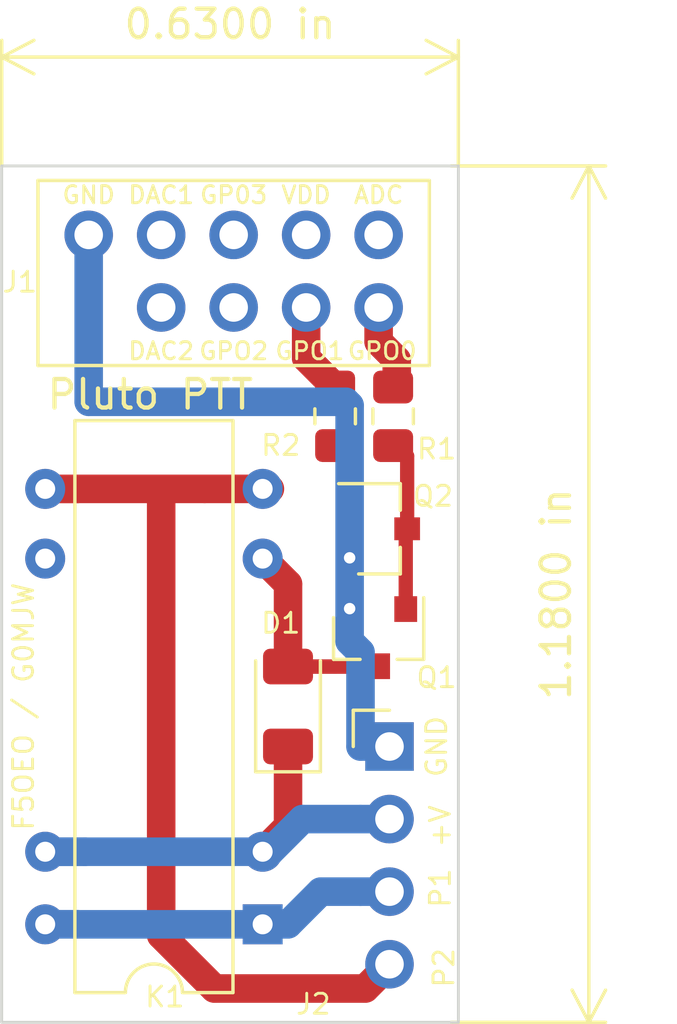
<source format=kicad_pcb>
(kicad_pcb (version 20171130) (host pcbnew "(5.1.2)-2")

  (general
    (thickness 1.6)
    (drawings 25)
    (tracks 56)
    (zones 0)
    (modules 8)
    (nets 16)
  )

  (page A4)
  (layers
    (0 F.Cu signal)
    (31 B.Cu signal)
    (32 B.Adhes user)
    (33 F.Adhes user)
    (34 B.Paste user)
    (35 F.Paste user)
    (36 B.SilkS user)
    (37 F.SilkS user)
    (38 B.Mask user)
    (39 F.Mask user)
    (40 Dwgs.User user hide)
    (41 Cmts.User user hide)
    (42 Eco1.User user)
    (43 Eco2.User user)
    (44 Edge.Cuts user)
    (45 Margin user)
    (46 B.CrtYd user)
    (47 F.CrtYd user)
    (48 B.Fab user hide)
    (49 F.Fab user hide)
  )

  (setup
    (last_trace_width 0.5)
    (user_trace_width 0.5)
    (user_trace_width 1)
    (user_trace_width 1.5)
    (user_trace_width 2)
    (trace_clearance 0.2)
    (zone_clearance 0.75)
    (zone_45_only no)
    (trace_min 0.2)
    (via_size 0.8)
    (via_drill 0.4)
    (via_min_size 0.4)
    (via_min_drill 0.3)
    (uvia_size 0.3)
    (uvia_drill 0.1)
    (uvias_allowed no)
    (uvia_min_size 0.2)
    (uvia_min_drill 0.1)
    (edge_width 0.05)
    (segment_width 0.2)
    (pcb_text_width 0.3)
    (pcb_text_size 1.5 1.5)
    (mod_edge_width 0.12)
    (mod_text_size 1 1)
    (mod_text_width 0.15)
    (pad_size 1.7 1.7)
    (pad_drill 0)
    (pad_to_mask_clearance 0.051)
    (solder_mask_min_width 0.25)
    (aux_axis_origin 0 0)
    (visible_elements 7FFFFFFF)
    (pcbplotparams
      (layerselection 0x010fc_ffffffff)
      (usegerberextensions false)
      (usegerberattributes false)
      (usegerberadvancedattributes false)
      (creategerberjobfile false)
      (excludeedgelayer true)
      (linewidth 0.100000)
      (plotframeref false)
      (viasonmask false)
      (mode 1)
      (useauxorigin false)
      (hpglpennumber 1)
      (hpglpenspeed 20)
      (hpglpendiameter 15.000000)
      (psnegative false)
      (psa4output false)
      (plotreference true)
      (plotvalue true)
      (plotinvisibletext false)
      (padsonsilk false)
      (subtractmaskfromsilk false)
      (outputformat 1)
      (mirror false)
      (drillshape 0)
      (scaleselection 1)
      (outputdirectory "gerbers/"))
  )

  (net 0 "")
  (net 1 "Net-(Q1-Pad1)")
  (net 2 "Net-(Q2-Pad1)")
  (net 3 GPIO_GND)
  (net 4 DAC3)
  (net 5 DAC1)
  (net 6 GPO2)
  (net 7 GPO3)
  (net 8 GPO1)
  (net 9 VDD_GPO)
  (net 10 GPO0)
  (net 11 ADC)
  (net 12 VCC)
  (net 13 "Net-(D1-Pad2)")
  (net 14 PTT2)
  (net 15 PTT1)

  (net_class Default "This is the default net class."
    (clearance 0.2)
    (trace_width 0.25)
    (via_dia 0.8)
    (via_drill 0.4)
    (uvia_dia 0.3)
    (uvia_drill 0.1)
    (add_net ADC)
    (add_net DAC1)
    (add_net DAC3)
    (add_net GPIO_GND)
    (add_net GPO0)
    (add_net GPO1)
    (add_net GPO2)
    (add_net GPO3)
    (add_net "Net-(D1-Pad2)")
    (add_net "Net-(Q1-Pad1)")
    (add_net "Net-(Q2-Pad1)")
    (add_net PTT1)
    (add_net PTT2)
    (add_net VCC)
    (add_net VDD_GPO)
  )

  (module Diode_SMD:D_1206_3216Metric (layer F.Cu) (tedit 5B301BBE) (tstamp 5E11AC32)
    (at 74.295 59.687 90)
    (descr "Diode SMD 1206 (3216 Metric), square (rectangular) end terminal, IPC_7351 nominal, (Body size source: http://www.tortai-tech.com/upload/download/2011102023233369053.pdf), generated with kicad-footprint-generator")
    (tags diode)
    (path /5E14F73A)
    (attr smd)
    (fp_text reference D1 (at 2.918 -0.254 180) (layer F.SilkS)
      (effects (font (size 0.7 0.7) (thickness 0.1)))
    )
    (fp_text value 1N4148 (at 0 1.82 90) (layer F.Fab)
      (effects (font (size 1 1) (thickness 0.15)))
    )
    (fp_line (start 1.6 -0.8) (end -1.2 -0.8) (layer F.Fab) (width 0.1))
    (fp_line (start -1.2 -0.8) (end -1.6 -0.4) (layer F.Fab) (width 0.1))
    (fp_line (start -1.6 -0.4) (end -1.6 0.8) (layer F.Fab) (width 0.1))
    (fp_line (start -1.6 0.8) (end 1.6 0.8) (layer F.Fab) (width 0.1))
    (fp_line (start 1.6 0.8) (end 1.6 -0.8) (layer F.Fab) (width 0.1))
    (fp_line (start 1.6 -1.135) (end -2.285 -1.135) (layer F.SilkS) (width 0.12))
    (fp_line (start -2.285 -1.135) (end -2.285 1.135) (layer F.SilkS) (width 0.12))
    (fp_line (start -2.285 1.135) (end 1.6 1.135) (layer F.SilkS) (width 0.12))
    (fp_line (start -2.28 1.12) (end -2.28 -1.12) (layer F.CrtYd) (width 0.05))
    (fp_line (start -2.28 -1.12) (end 2.28 -1.12) (layer F.CrtYd) (width 0.05))
    (fp_line (start 2.28 -1.12) (end 2.28 1.12) (layer F.CrtYd) (width 0.05))
    (fp_line (start 2.28 1.12) (end -2.28 1.12) (layer F.CrtYd) (width 0.05))
    (fp_text user %R (at 0 0 90) (layer F.Fab)
      (effects (font (size 0.8 0.8) (thickness 0.12)))
    )
    (pad 1 smd roundrect (at -1.4 0 90) (size 1.25 1.75) (layers F.Cu F.Paste F.Mask) (roundrect_rratio 0.2)
      (net 12 VCC))
    (pad 2 smd roundrect (at 1.4 0 90) (size 1.25 1.75) (layers F.Cu F.Paste F.Mask) (roundrect_rratio 0.2)
      (net 13 "Net-(D1-Pad2)"))
    (model ${KISYS3DMOD}/Diode_SMD.3dshapes/D_1206_3216Metric.wrl
      (at (xyz 0 0 0))
      (scale (xyz 1 1 1))
      (rotate (xyz 0 0 0))
    )
  )

  (module Connector_PinHeader_2.54mm:PinHeader_1x04_P2.54mm_Horizontal (layer F.Cu) (tedit 5E0E1BA5) (tstamp 5E0E87AE)
    (at 77.851 61.087)
    (descr "Through hole angled pin header, 1x04, 2.54mm pitch, 6mm pin length, single row")
    (tags "Through hole angled pin header THT 1x04 2.54mm single row")
    (path /5E0E6332)
    (fp_text reference J2 (at -2.667 9.017) (layer F.SilkS)
      (effects (font (size 0.7 0.7) (thickness 0.1)))
    )
    (fp_text value "PTT Connector" (at 4.385 9.89) (layer F.Fab)
      (effects (font (size 1 1) (thickness 0.15)))
    )
    (fp_line (start 2.135 -1.27) (end 4.04 -1.27) (layer F.Fab) (width 0.1))
    (fp_line (start 4.04 -1.27) (end 4.04 8.89) (layer F.Fab) (width 0.1))
    (fp_line (start 4.04 8.89) (end 1.5 8.89) (layer F.Fab) (width 0.1))
    (fp_line (start 1.5 8.89) (end 1.5 -0.635) (layer F.Fab) (width 0.1))
    (fp_line (start 1.5 -0.635) (end 2.135 -1.27) (layer F.Fab) (width 0.1))
    (fp_line (start -0.32 -0.32) (end 1.5 -0.32) (layer F.Fab) (width 0.1))
    (fp_line (start -0.32 -0.32) (end -0.32 0.32) (layer F.Fab) (width 0.1))
    (fp_line (start -0.32 0.32) (end 1.5 0.32) (layer F.Fab) (width 0.1))
    (fp_line (start 4.04 -0.32) (end 10.04 -0.32) (layer F.Fab) (width 0.1))
    (fp_line (start 10.04 -0.32) (end 10.04 0.32) (layer F.Fab) (width 0.1))
    (fp_line (start 4.04 0.32) (end 10.04 0.32) (layer F.Fab) (width 0.1))
    (fp_line (start -0.32 2.22) (end 1.5 2.22) (layer F.Fab) (width 0.1))
    (fp_line (start -0.32 2.22) (end -0.32 2.86) (layer F.Fab) (width 0.1))
    (fp_line (start -0.32 2.86) (end 1.5 2.86) (layer F.Fab) (width 0.1))
    (fp_line (start 4.04 2.22) (end 10.04 2.22) (layer F.Fab) (width 0.1))
    (fp_line (start 10.04 2.22) (end 10.04 2.86) (layer F.Fab) (width 0.1))
    (fp_line (start 4.04 2.86) (end 10.04 2.86) (layer F.Fab) (width 0.1))
    (fp_line (start -0.32 4.76) (end 1.5 4.76) (layer F.Fab) (width 0.1))
    (fp_line (start -0.32 4.76) (end -0.32 5.4) (layer F.Fab) (width 0.1))
    (fp_line (start -0.32 5.4) (end 1.5 5.4) (layer F.Fab) (width 0.1))
    (fp_line (start 4.04 4.76) (end 10.04 4.76) (layer F.Fab) (width 0.1))
    (fp_line (start 10.04 4.76) (end 10.04 5.4) (layer F.Fab) (width 0.1))
    (fp_line (start 4.04 5.4) (end 10.04 5.4) (layer F.Fab) (width 0.1))
    (fp_line (start -0.32 7.3) (end 1.5 7.3) (layer F.Fab) (width 0.1))
    (fp_line (start -0.32 7.3) (end -0.32 7.94) (layer F.Fab) (width 0.1))
    (fp_line (start -0.32 7.94) (end 1.5 7.94) (layer F.Fab) (width 0.1))
    (fp_line (start 4.04 7.3) (end 10.04 7.3) (layer F.Fab) (width 0.1))
    (fp_line (start 10.04 7.3) (end 10.04 7.94) (layer F.Fab) (width 0.1))
    (fp_line (start 4.04 7.94) (end 10.04 7.94) (layer F.Fab) (width 0.1))
    (fp_line (start -1.27 0) (end -1.27 -1.27) (layer F.SilkS) (width 0.12))
    (fp_line (start -1.27 -1.27) (end 0 -1.27) (layer F.SilkS) (width 0.12))
    (fp_line (start -1.8 -1.8) (end -1.8 9.4) (layer F.CrtYd) (width 0.05))
    (fp_line (start -1.8 9.4) (end 1.27 9.4) (layer F.CrtYd) (width 0.05))
    (fp_line (start 1.27 9.398) (end 1.27 -1.802) (layer F.CrtYd) (width 0.05))
    (fp_line (start 1.27 -1.802) (end -1.8 -1.8) (layer F.CrtYd) (width 0.05))
    (fp_text user %R (at 2.77 3.81 90) (layer F.Fab)
      (effects (font (size 1 1) (thickness 0.15)))
    )
    (pad 1 thru_hole rect (at 0 0) (size 1.7 1.7) (drill 1) (layers *.Cu *.Mask)
      (net 3 GPIO_GND))
    (pad 2 thru_hole oval (at 0 2.54) (size 1.7 1.7) (drill 1) (layers *.Cu *.Mask)
      (net 12 VCC))
    (pad 3 thru_hole oval (at 0 5.08) (size 1.7 1.7) (drill 1) (layers *.Cu *.Mask)
      (net 14 PTT2))
    (pad 4 thru_hole oval (at 0 7.62) (size 1.7 1.7) (drill 1) (layers *.Cu *.Mask)
      (net 15 PTT1))
    (model ${KISYS3DMOD}/Connector_PinHeader_2.54mm.3dshapes/PinHeader_1x04_P2.54mm_Horizontal.wrl
      (offset (xyz 0 -7.5 -1.7))
      (scale (xyz 1 1 1))
      (rotate (xyz -180 0 0))
    )
  )

  (module Connector_PinHeader_2.54mm:PinHeader_2x05_P2.54mm_Vertical (layer F.Cu) (tedit 5E0E18FB) (tstamp 5E0DF811)
    (at 67.31 45.72 90)
    (descr "Through hole straight pin header, 2x05, 2.54mm pitch, double rows")
    (tags "Through hole pin header THT 2x05 2.54mm double row")
    (path /5DF47BC4)
    (fp_text reference J1 (at 0.889 -2.413 180) (layer F.SilkS)
      (effects (font (size 0.7 0.7) (thickness 0.1)))
    )
    (fp_text value "IO Connector" (at 1.27 12.49 90) (layer F.Fab)
      (effects (font (size 1 1) (thickness 0.15)))
    )
    (fp_line (start 0 -1.27) (end 3.81 -1.27) (layer F.Fab) (width 0.1))
    (fp_line (start 3.81 -1.27) (end 3.81 11.43) (layer F.Fab) (width 0.1))
    (fp_line (start 3.81 11.43) (end -1.27 11.43) (layer F.Fab) (width 0.1))
    (fp_line (start -1.27 11.43) (end -1.27 0) (layer F.Fab) (width 0.1))
    (fp_line (start -1.27 0) (end 0 -1.27) (layer F.Fab) (width 0.1))
    (fp_line (start -1.8 -1.8) (end -1.8 11.95) (layer F.CrtYd) (width 0.05))
    (fp_line (start -1.8 11.95) (end 4.35 11.95) (layer F.CrtYd) (width 0.05))
    (fp_line (start 4.35 11.95) (end 4.35 -1.8) (layer F.CrtYd) (width 0.05))
    (fp_line (start 4.35 -1.8) (end -1.8 -1.8) (layer F.CrtYd) (width 0.05))
    (fp_text user %R (at 1.27 5.08) (layer F.Fab)
      (effects (font (size 1 1) (thickness 0.15)))
    )
    (pad 2 thru_hole oval (at 2.54 0 90) (size 1.7 1.7) (drill 1) (layers *.Cu *.Mask)
      (net 3 GPIO_GND))
    (pad 3 thru_hole oval (at 0 2.54 90) (size 1.7 1.7) (drill 1) (layers *.Cu *.Mask)
      (net 4 DAC3))
    (pad 4 thru_hole oval (at 2.54 2.54 90) (size 1.7 1.7) (drill 1) (layers *.Cu *.Mask)
      (net 5 DAC1))
    (pad 5 thru_hole oval (at 0 5.08 90) (size 1.7 1.7) (drill 1) (layers *.Cu *.Mask)
      (net 6 GPO2))
    (pad 6 thru_hole oval (at 2.54 5.08 90) (size 1.7 1.7) (drill 1) (layers *.Cu *.Mask)
      (net 7 GPO3))
    (pad 7 thru_hole oval (at 0 7.62 90) (size 1.7 1.7) (drill 1) (layers *.Cu *.Mask)
      (net 8 GPO1))
    (pad 8 thru_hole oval (at 2.54 7.62 90) (size 1.7 1.7) (drill 1) (layers *.Cu *.Mask)
      (net 9 VDD_GPO))
    (pad 9 thru_hole oval (at 0 10.16 90) (size 1.7 1.7) (drill 1) (layers *.Cu *.Mask)
      (net 10 GPO0))
    (pad 10 thru_hole oval (at 2.54 10.16 90) (size 1.7 1.7) (drill 1) (layers *.Cu *.Mask)
      (net 11 ADC))
    (model ${KISYS3DMOD}/Connector_PinHeader_2.54mm.3dshapes/PinHeader_1x04_P2.54mm_Vertical.wrl
      (offset (xyz 0 -2.504 -1.6))
      (scale (xyz 1 1 1))
      (rotate (xyz 0 180 0))
    )
    (model ${KISYS3DMOD}/Connector_PinHeader_2.54mm.3dshapes/PinHeader_1x05_P2.54mm_Vertical.wrl
      (offset (xyz 2.54 0 -1.6))
      (scale (xyz 1 1 1))
      (rotate (xyz 0 180 0))
    )
  )

  (module Relay_THT:Relay_StandexMeder_DIP_LowProfile (layer F.Cu) (tedit 5E0E0891) (tstamp 5E0DF870)
    (at 73.406 67.31 180)
    (descr "package for Standex Meder DIP reed relay series, see https://standexelectronics.com/wp-content/uploads/datasheet_reed_relay_DIP.pdf")
    (tags "DIL DIP PDIP 2.54mm 7.62mm 300mil reed relay")
    (path /5DF3E046)
    (fp_text reference K1 (at 3.429 -2.54) (layer F.SilkS)
      (effects (font (size 0.7 0.7) (thickness 0.1)))
    )
    (fp_text value HE721A0510 (at 3.81 18.63) (layer F.Fab)
      (effects (font (size 1 1) (thickness 0.15)))
    )
    (fp_text user %R (at 3.815 7.62) (layer F.Fab)
      (effects (font (size 1 1) (thickness 0.15)))
    )
    (fp_line (start 1.64 -2.27) (end 6.99 -2.27) (layer F.Fab) (width 0.1))
    (fp_line (start 6.99 -2.27) (end 6.99 17.51) (layer F.Fab) (width 0.1))
    (fp_line (start 6.99 17.51) (end 0.64 17.51) (layer F.Fab) (width 0.1))
    (fp_line (start 0.64 17.51) (end 0.64 -1.27) (layer F.Fab) (width 0.1))
    (fp_line (start 0.64 -1.27) (end 1.64 -2.27) (layer F.Fab) (width 0.1))
    (fp_line (start 2.81 -2.39) (end 1.04 -2.39) (layer F.SilkS) (width 0.12))
    (fp_line (start 1.04 -2.39) (end 1.04 17.63) (layer F.SilkS) (width 0.12))
    (fp_line (start 1.04 17.63) (end 6.58 17.63) (layer F.SilkS) (width 0.12))
    (fp_line (start 6.58 17.63) (end 6.58 -2.39) (layer F.SilkS) (width 0.12))
    (fp_line (start 6.58 -2.39) (end 4.81 -2.39) (layer F.SilkS) (width 0.12))
    (fp_line (start -1.1 -2.6) (end -1.1 17.8) (layer F.CrtYd) (width 0.05))
    (fp_line (start -1.1 17.8) (end 8.7 17.8) (layer F.CrtYd) (width 0.05))
    (fp_line (start 8.7 17.8) (end 8.7 -2.6) (layer F.CrtYd) (width 0.05))
    (fp_line (start 8.7 -2.6) (end -1.1 -2.6) (layer F.CrtYd) (width 0.05))
    (fp_arc (start 3.81 -2.39) (end 2.81 -2.39) (angle -180) (layer F.SilkS) (width 0.12))
    (pad 13 thru_hole circle (at 7.62 2.54 180) (size 1.4 1.4) (drill 0.7) (layers *.Cu *.Mask)
      (net 12 VCC))
    (pad 9 thru_hole circle (at 7.62 12.8 180) (size 1.4 1.4) (drill 0.7) (layers *.Cu *.Mask))
    (pad 6 thru_hole circle (at 0 12.8 180) (size 1.4 1.4) (drill 0.7) (layers *.Cu *.Mask)
      (net 13 "Net-(D1-Pad2)"))
    (pad 2 thru_hole circle (at 0 2.54 180) (size 1.4 1.4) (drill 0.7) (layers *.Cu *.Mask)
      (net 12 VCC))
    (pad 1 thru_hole rect (at 0 0 180) (size 1.4 1.4) (drill 0.7) (layers *.Cu *.Mask)
      (net 14 PTT2))
    (pad 8 thru_hole circle (at 7.62 15.24 180) (size 1.4 1.4) (drill 0.7) (layers *.Cu *.Mask)
      (net 15 PTT1))
    (pad 7 thru_hole circle (at 0 15.24 180) (size 1.4 1.4) (drill 0.7) (layers *.Cu *.Mask)
      (net 15 PTT1))
    (pad 14 thru_hole circle (at 7.62 0 180) (size 1.4 1.4) (drill 0.7) (layers *.Cu *.Mask)
      (net 14 PTT2))
    (model ${KISYS3DMOD}/Relay_THT.3dshapes/Relay_StandexMeder_DIP_LowProfile.wrl
      (at (xyz 0 0 0))
      (scale (xyz 1 1 1))
      (rotate (xyz 0 0 0))
    )
  )

  (module Package_TO_SOT_SMD:SOT-23 (layer F.Cu) (tedit 5A02FF57) (tstamp 5DF412B0)
    (at 77.47 57.277 270)
    (descr "SOT-23, Standard")
    (tags SOT-23)
    (path /5DF46CB0)
    (attr smd)
    (fp_text reference Q1 (at 1.397 -2.032) (layer F.SilkS)
      (effects (font (size 0.7 0.7) (thickness 0.1)))
    )
    (fp_text value MMBT3904 (at 0 2.5 90) (layer F.Fab)
      (effects (font (size 1 1) (thickness 0.15)))
    )
    (fp_text user %R (at 0 0) (layer F.Fab)
      (effects (font (size 0.5 0.5) (thickness 0.075)))
    )
    (fp_line (start -0.7 -0.95) (end -0.7 1.5) (layer F.Fab) (width 0.1))
    (fp_line (start -0.15 -1.52) (end 0.7 -1.52) (layer F.Fab) (width 0.1))
    (fp_line (start -0.7 -0.95) (end -0.15 -1.52) (layer F.Fab) (width 0.1))
    (fp_line (start 0.7 -1.52) (end 0.7 1.52) (layer F.Fab) (width 0.1))
    (fp_line (start -0.7 1.52) (end 0.7 1.52) (layer F.Fab) (width 0.1))
    (fp_line (start 0.76 1.58) (end 0.76 0.65) (layer F.SilkS) (width 0.12))
    (fp_line (start 0.76 -1.58) (end 0.76 -0.65) (layer F.SilkS) (width 0.12))
    (fp_line (start -1.7 -1.75) (end 1.7 -1.75) (layer F.CrtYd) (width 0.05))
    (fp_line (start 1.7 -1.75) (end 1.7 1.75) (layer F.CrtYd) (width 0.05))
    (fp_line (start 1.7 1.75) (end -1.7 1.75) (layer F.CrtYd) (width 0.05))
    (fp_line (start -1.7 1.75) (end -1.7 -1.75) (layer F.CrtYd) (width 0.05))
    (fp_line (start 0.76 -1.58) (end -1.4 -1.58) (layer F.SilkS) (width 0.12))
    (fp_line (start 0.76 1.58) (end -0.7 1.58) (layer F.SilkS) (width 0.12))
    (pad 1 smd rect (at -1 -0.95 270) (size 0.9 0.8) (layers F.Cu F.Paste F.Mask)
      (net 1 "Net-(Q1-Pad1)"))
    (pad 2 smd rect (at -1 0.95 270) (size 0.9 0.8) (layers F.Cu F.Paste F.Mask)
      (net 3 GPIO_GND))
    (pad 3 smd rect (at 1 0 270) (size 0.9 0.8) (layers F.Cu F.Paste F.Mask)
      (net 13 "Net-(D1-Pad2)"))
    (model ${KISYS3DMOD}/Package_TO_SOT_SMD.3dshapes/SOT-23.wrl
      (at (xyz 0 0 0))
      (scale (xyz 1 1 1))
      (rotate (xyz 0 0 0))
    )
  )

  (module Resistor_SMD:R_0805_2012Metric_Pad1.15x1.40mm_HandSolder (layer F.Cu) (tedit 5B36C52B) (tstamp 5DF40FFF)
    (at 77.978 49.53 90)
    (descr "Resistor SMD 0805 (2012 Metric), square (rectangular) end terminal, IPC_7351 nominal with elongated pad for handsoldering. (Body size source: https://docs.google.com/spreadsheets/d/1BsfQQcO9C6DZCsRaXUlFlo91Tg2WpOkGARC1WS5S8t0/edit?usp=sharing), generated with kicad-footprint-generator")
    (tags "resistor handsolder")
    (path /5DF4265A)
    (attr smd)
    (fp_text reference R1 (at -1.143 1.524) (layer F.SilkS)
      (effects (font (size 0.7 0.7) (thickness 0.1)))
    )
    (fp_text value 4k7 (at 0 1.65 90) (layer F.Fab)
      (effects (font (size 1 1) (thickness 0.15)))
    )
    (fp_line (start -1 0.6) (end -1 -0.6) (layer F.Fab) (width 0.1))
    (fp_line (start -1 -0.6) (end 1 -0.6) (layer F.Fab) (width 0.1))
    (fp_line (start 1 -0.6) (end 1 0.6) (layer F.Fab) (width 0.1))
    (fp_line (start 1 0.6) (end -1 0.6) (layer F.Fab) (width 0.1))
    (fp_line (start -0.261252 -0.71) (end 0.261252 -0.71) (layer F.SilkS) (width 0.12))
    (fp_line (start -0.261252 0.71) (end 0.261252 0.71) (layer F.SilkS) (width 0.12))
    (fp_line (start -1.85 0.95) (end -1.85 -0.95) (layer F.CrtYd) (width 0.05))
    (fp_line (start -1.85 -0.95) (end 1.85 -0.95) (layer F.CrtYd) (width 0.05))
    (fp_line (start 1.85 -0.95) (end 1.85 0.95) (layer F.CrtYd) (width 0.05))
    (fp_line (start 1.85 0.95) (end -1.85 0.95) (layer F.CrtYd) (width 0.05))
    (fp_text user %R (at 0 0 90) (layer F.Fab)
      (effects (font (size 0.5 0.5) (thickness 0.08)))
    )
    (pad 1 smd roundrect (at -1.025 0 90) (size 1.15 1.4) (layers F.Cu F.Paste F.Mask) (roundrect_rratio 0.217391)
      (net 1 "Net-(Q1-Pad1)"))
    (pad 2 smd roundrect (at 1.025 0 90) (size 1.15 1.4) (layers F.Cu F.Paste F.Mask) (roundrect_rratio 0.217391)
      (net 10 GPO0))
    (model ${KISYS3DMOD}/Resistor_SMD.3dshapes/R_0805_2012Metric.wrl
      (at (xyz 0 0 0))
      (scale (xyz 1 1 1))
      (rotate (xyz 0 0 0))
    )
  )

  (module Package_TO_SOT_SMD:SOT-23 (layer F.Cu) (tedit 5A02FF57) (tstamp 5DF4C4C8)
    (at 77.47 53.467)
    (descr "SOT-23, Standard")
    (tags SOT-23)
    (path /5DF4D748)
    (attr smd)
    (fp_text reference Q2 (at 1.905 -1.143 180) (layer F.SilkS)
      (effects (font (size 0.7 0.7) (thickness 0.1)))
    )
    (fp_text value MMBT3904 (at 0 2.5) (layer F.Fab)
      (effects (font (size 1 1) (thickness 0.15)))
    )
    (fp_text user %R (at 0 0 -270) (layer F.Fab)
      (effects (font (size 0.5 0.5) (thickness 0.075)))
    )
    (fp_line (start -0.7 -0.95) (end -0.7 1.5) (layer F.Fab) (width 0.1))
    (fp_line (start -0.15 -1.52) (end 0.7 -1.52) (layer F.Fab) (width 0.1))
    (fp_line (start -0.7 -0.95) (end -0.15 -1.52) (layer F.Fab) (width 0.1))
    (fp_line (start 0.7 -1.52) (end 0.7 1.52) (layer F.Fab) (width 0.1))
    (fp_line (start -0.7 1.52) (end 0.7 1.52) (layer F.Fab) (width 0.1))
    (fp_line (start 0.76 1.58) (end 0.76 0.65) (layer F.SilkS) (width 0.12))
    (fp_line (start 0.76 -1.58) (end 0.76 -0.65) (layer F.SilkS) (width 0.12))
    (fp_line (start -1.7 -1.75) (end 1.7 -1.75) (layer F.CrtYd) (width 0.05))
    (fp_line (start 1.7 -1.75) (end 1.7 1.75) (layer F.CrtYd) (width 0.05))
    (fp_line (start 1.7 1.75) (end -1.7 1.75) (layer F.CrtYd) (width 0.05))
    (fp_line (start -1.7 1.75) (end -1.7 -1.75) (layer F.CrtYd) (width 0.05))
    (fp_line (start 0.76 -1.58) (end -1.4 -1.58) (layer F.SilkS) (width 0.12))
    (fp_line (start 0.76 1.58) (end -0.7 1.58) (layer F.SilkS) (width 0.12))
    (pad 1 smd rect (at -1 -0.95) (size 0.9 0.8) (layers F.Cu F.Paste F.Mask)
      (net 2 "Net-(Q2-Pad1)"))
    (pad 2 smd rect (at -1 0.95) (size 0.9 0.8) (layers F.Cu F.Paste F.Mask)
      (net 3 GPIO_GND))
    (pad 3 smd rect (at 1 0) (size 0.9 0.8) (layers F.Cu F.Paste F.Mask)
      (net 1 "Net-(Q1-Pad1)"))
    (model ${KISYS3DMOD}/Package_TO_SOT_SMD.3dshapes/SOT-23.wrl
      (at (xyz 0 0 0))
      (scale (xyz 1 1 1))
      (rotate (xyz 0 0 0))
    )
  )

  (module Resistor_SMD:R_0805_2012Metric_Pad1.15x1.40mm_HandSolder (layer F.Cu) (tedit 5B36C52B) (tstamp 5E0DFFAC)
    (at 75.946 49.53 90)
    (descr "Resistor SMD 0805 (2012 Metric), square (rectangular) end terminal, IPC_7351 nominal with elongated pad for handsoldering. (Body size source: https://docs.google.com/spreadsheets/d/1BsfQQcO9C6DZCsRaXUlFlo91Tg2WpOkGARC1WS5S8t0/edit?usp=sharing), generated with kicad-footprint-generator")
    (tags "resistor handsolder")
    (path /5DF45CC4)
    (attr smd)
    (fp_text reference R2 (at -1.016 -1.905) (layer F.SilkS)
      (effects (font (size 0.7 0.7) (thickness 0.1)))
    )
    (fp_text value 4k7 (at 0 1.65 90) (layer F.Fab)
      (effects (font (size 1 1) (thickness 0.15)))
    )
    (fp_line (start -1 0.6) (end -1 -0.6) (layer F.Fab) (width 0.1))
    (fp_line (start -1 -0.6) (end 1 -0.6) (layer F.Fab) (width 0.1))
    (fp_line (start 1 -0.6) (end 1 0.6) (layer F.Fab) (width 0.1))
    (fp_line (start 1 0.6) (end -1 0.6) (layer F.Fab) (width 0.1))
    (fp_line (start -0.261252 -0.71) (end 0.261252 -0.71) (layer F.SilkS) (width 0.12))
    (fp_line (start -0.261252 0.71) (end 0.261252 0.71) (layer F.SilkS) (width 0.12))
    (fp_line (start -1.85 0.95) (end -1.85 -0.95) (layer F.CrtYd) (width 0.05))
    (fp_line (start -1.85 -0.95) (end 1.85 -0.95) (layer F.CrtYd) (width 0.05))
    (fp_line (start 1.85 -0.95) (end 1.85 0.95) (layer F.CrtYd) (width 0.05))
    (fp_line (start 1.85 0.95) (end -1.85 0.95) (layer F.CrtYd) (width 0.05))
    (fp_text user %R (at 0 0 90) (layer F.Fab)
      (effects (font (size 0.5 0.5) (thickness 0.08)))
    )
    (pad 1 smd roundrect (at -1.025 0 90) (size 1.15 1.4) (layers F.Cu F.Paste F.Mask) (roundrect_rratio 0.217391)
      (net 2 "Net-(Q2-Pad1)"))
    (pad 2 smd roundrect (at 1.025 0 90) (size 1.15 1.4) (layers F.Cu F.Paste F.Mask) (roundrect_rratio 0.217391)
      (net 8 GPO1))
    (model ${KISYS3DMOD}/Resistor_SMD.3dshapes/R_0805_2012Metric.wrl
      (at (xyz 0 0 0))
      (scale (xyz 1 1 1))
      (rotate (xyz 0 0 0))
    )
  )

  (gr_text "Pluto PTT" (at 69.469 48.768) (layer F.SilkS) (tstamp 5E11A651)
    (effects (font (size 1 1) (thickness 0.15)))
  )
  (gr_line (start 79.248 41.275) (end 65.532 41.275) (layer F.SilkS) (width 0.12) (tstamp 5E0E8B19))
  (gr_line (start 79.248 47.752) (end 79.248 41.275) (layer F.SilkS) (width 0.12))
  (gr_line (start 65.532 47.752) (end 79.248 47.752) (layer F.SilkS) (width 0.12))
  (gr_line (start 65.532 41.275) (end 65.532 47.752) (layer F.SilkS) (width 0.12))
  (gr_text GPO0 (at 77.597 47.244) (layer F.SilkS) (tstamp 5E0E7616)
    (effects (font (size 0.6 0.6) (thickness 0.1)))
  )
  (gr_text GPO1 (at 75.057 47.244) (layer F.SilkS) (tstamp 5E0E7613)
    (effects (font (size 0.6 0.6) (thickness 0.1)))
  )
  (gr_text GPO2 (at 72.39 47.244) (layer F.SilkS) (tstamp 5E0E7610)
    (effects (font (size 0.6 0.6) (thickness 0.1)))
  )
  (gr_text DAC2 (at 69.85 47.244) (layer F.SilkS) (tstamp 5E0E75F5)
    (effects (font (size 0.6 0.6) (thickness 0.1)))
  )
  (gr_text GND (at 67.31 41.783) (layer F.SilkS) (tstamp 5E0E75DB)
    (effects (font (size 0.6 0.6) (thickness 0.1)))
  )
  (gr_text ADC (at 77.47 41.783) (layer F.SilkS) (tstamp 5E0E75D8)
    (effects (font (size 0.6 0.6) (thickness 0.1)))
  )
  (gr_text VDD (at 74.93 41.783) (layer F.SilkS) (tstamp 5E0E75D5)
    (effects (font (size 0.6 0.6) (thickness 0.1)))
  )
  (gr_text GP03 (at 72.39 41.783) (layer F.SilkS) (tstamp 5E0E75D2)
    (effects (font (size 0.6 0.6) (thickness 0.1)))
  )
  (gr_text DAC1 (at 69.85 41.783) (layer F.SilkS)
    (effects (font (size 0.6 0.6) (thickness 0.1)))
  )
  (gr_text P2 (at 79.756 68.834 90) (layer F.SilkS) (tstamp 5E0E6CC6)
    (effects (font (size 0.7 0.7) (thickness 0.1)))
  )
  (gr_text P1 (at 79.629 66.04 90) (layer F.SilkS) (tstamp 5E0E6CC3)
    (effects (font (size 0.7 0.7) (thickness 0.1)))
  )
  (gr_text +V (at 79.629 63.881 90) (layer F.SilkS) (tstamp 5E0E6CC0)
    (effects (font (size 0.7 0.7) (thickness 0.1)))
  )
  (gr_text GND (at 79.502 61.087 90) (layer F.SilkS)
    (effects (font (size 0.7 0.7) (thickness 0.1)))
  )
  (dimension 16.002 (width 0.12) (layer F.SilkS)
    (gr_text "16.002 mm" (at 72.263 35.687) (layer F.SilkS)
      (effects (font (size 1 1) (thickness 0.15)))
    )
    (feature1 (pts (xy 64.262 40.767) (xy 64.262 36.370579)))
    (feature2 (pts (xy 80.264 40.767) (xy 80.264 36.370579)))
    (crossbar (pts (xy 80.264 36.957) (xy 64.262 36.957)))
    (arrow1a (pts (xy 64.262 36.957) (xy 65.388504 36.370579)))
    (arrow1b (pts (xy 64.262 36.957) (xy 65.388504 37.543421)))
    (arrow2a (pts (xy 80.264 36.957) (xy 79.137496 36.370579)))
    (arrow2b (pts (xy 80.264 36.957) (xy 79.137496 37.543421)))
  )
  (dimension 29.972 (width 0.12) (layer F.SilkS)
    (gr_text "29.972 mm" (at 86.106 55.753 270) (layer F.SilkS)
      (effects (font (size 1 1) (thickness 0.15)))
    )
    (feature1 (pts (xy 80.01 70.739) (xy 85.422421 70.739)))
    (feature2 (pts (xy 80.01 40.767) (xy 85.422421 40.767)))
    (crossbar (pts (xy 84.836 40.767) (xy 84.836 70.739)))
    (arrow1a (pts (xy 84.836 70.739) (xy 84.249579 69.612496)))
    (arrow1b (pts (xy 84.836 70.739) (xy 85.422421 69.612496)))
    (arrow2a (pts (xy 84.836 40.767) (xy 84.249579 41.893504)))
    (arrow2b (pts (xy 84.836 40.767) (xy 85.422421 41.893504)))
  )
  (gr_text "F5OEO / G0MJW" (at 65.024 59.69 90) (layer F.SilkS)
    (effects (font (size 0.7 0.7) (thickness 0.1)))
  )
  (gr_line (start 80.264 40.767) (end 64.262 40.767) (layer Edge.Cuts) (width 0.1))
  (gr_line (start 80.264 70.739) (end 80.264 40.767) (layer Edge.Cuts) (width 0.1))
  (gr_line (start 64.262 70.739) (end 80.264 70.739) (layer Edge.Cuts) (width 0.1))
  (gr_line (start 64.262 40.767) (end 64.262 70.739) (layer Edge.Cuts) (width 0.1))

  (segment (start 78.42 53.517) (end 78.47 53.467) (width 0.5) (layer F.Cu) (net 1) (status 30))
  (segment (start 78.42 56.277) (end 78.42 53.517) (width 0.5) (layer F.Cu) (net 1) (status 30))
  (segment (start 78.47 50.92) (end 78.105 50.555) (width 0.5) (layer F.Cu) (net 1) (status 30))
  (segment (start 78.47 53.467) (end 78.47 50.92) (width 0.5) (layer F.Cu) (net 1) (status 30))
  (segment (start 76.327 52.374) (end 76.47 52.517) (width 0.5) (layer F.Cu) (net 2) (status 30))
  (segment (start 76.47 51.079) (end 75.946 50.555) (width 0.5) (layer F.Cu) (net 2) (status 30))
  (segment (start 76.47 52.517) (end 76.47 51.079) (width 0.5) (layer F.Cu) (net 2) (status 30))
  (via (at 76.454 54.483) (size 0.8) (drill 0.4) (layers F.Cu B.Cu) (net 3) (status 30))
  (segment (start 76.52 54.467) (end 76.47 54.417) (width 0.5) (layer F.Cu) (net 3) (status 30))
  (segment (start 76.52 56.277) (end 76.52 54.467) (width 0.5) (layer F.Cu) (net 3) (status 30))
  (via (at 76.454 56.261) (size 0.8) (drill 0.4) (layers F.Cu B.Cu) (net 3) (tstamp 5E0E6799) (status 30))
  (segment (start 76.835 61.087) (end 77.851 61.087) (width 1) (layer B.Cu) (net 3))
  (segment (start 67.31 49.022) (end 76.327 49.022) (width 1) (layer B.Cu) (net 3))
  (segment (start 76.327 49.022) (end 76.454 49.149) (width 1) (layer B.Cu) (net 3))
  (segment (start 67.31 43.18) (end 67.31 49.022) (width 1) (layer B.Cu) (net 3))
  (segment (start 76.454 49.149) (end 76.454 57.404) (width 1) (layer B.Cu) (net 3))
  (segment (start 76.454 57.404) (end 76.835 57.785) (width 1) (layer B.Cu) (net 3))
  (segment (start 76.835 57.785) (end 76.835 61.087) (width 1) (layer B.Cu) (net 3))
  (segment (start 74.93 47.489) (end 75.946 48.505) (width 1) (layer F.Cu) (net 8) (status 20))
  (segment (start 74.93 45.72) (end 74.93 47.489) (width 1) (layer F.Cu) (net 8) (status 10))
  (segment (start 78.105 47.557081) (end 78.105 48.505) (width 1) (layer F.Cu) (net 10) (status 20))
  (segment (start 77.47 45.72) (end 77.47 46.922081) (width 1) (layer F.Cu) (net 10) (status 10))
  (segment (start 77.47 46.922081) (end 78.105 47.557081) (width 1) (layer F.Cu) (net 10))
  (segment (start 73.66 64.77) (end 70.104 64.77) (width 1) (layer B.Cu) (net 12) (status 10))
  (segment (start 74.803 63.627) (end 73.66 64.77) (width 1) (layer B.Cu) (net 12) (status 20))
  (segment (start 76.835 63.627) (end 74.803 63.627) (width 1) (layer B.Cu) (net 12) (status 10))
  (segment (start 76.835 63.627) (end 77.851 63.627) (width 1) (layer B.Cu) (net 12))
  (segment (start 67.183 64.77) (end 65.786 64.77) (width 1) (layer B.Cu) (net 12))
  (segment (start 67.183 64.77) (end 66.04 64.77) (width 1) (layer B.Cu) (net 12))
  (segment (start 70.104 64.77) (end 67.183 64.77) (width 1) (layer B.Cu) (net 12))
  (segment (start 74.295 63.881) (end 73.406 64.77) (width 1) (layer F.Cu) (net 12))
  (segment (start 74.295 61.087) (end 74.295 63.881) (width 1) (layer F.Cu) (net 12))
  (segment (start 76.57 58.277) (end 76.554 58.293) (width 0.5) (layer F.Cu) (net 13))
  (segment (start 77.47 58.277) (end 76.57 58.277) (width 0.5) (layer F.Cu) (net 13) (status 10))
  (segment (start 74.295 55.399) (end 73.406 54.51) (width 1) (layer F.Cu) (net 13))
  (segment (start 74.295 58.287) (end 74.295 55.399) (width 1) (layer F.Cu) (net 13))
  (segment (start 75.94 58.287) (end 74.295 58.287) (width 0.5) (layer F.Cu) (net 13))
  (segment (start 75.946 58.293) (end 75.94 58.287) (width 0.5) (layer F.Cu) (net 13))
  (segment (start 75.946 58.293) (end 75.184 58.293) (width 0.5) (layer F.Cu) (net 13))
  (segment (start 76.554 58.293) (end 75.946 58.293) (width 0.5) (layer F.Cu) (net 13))
  (segment (start 73.66 67.31) (end 74.295 67.31) (width 1) (layer B.Cu) (net 14) (status 30))
  (segment (start 74.295 67.31) (end 75.438 66.167) (width 1) (layer B.Cu) (net 14) (status 10))
  (segment (start 75.438 66.167) (end 76.835 66.167) (width 1) (layer B.Cu) (net 14) (status 20))
  (segment (start 76.835 66.167) (end 77.851 66.167) (width 1) (layer B.Cu) (net 14))
  (segment (start 66.929 67.31) (end 65.786 67.31) (width 1) (layer B.Cu) (net 14))
  (segment (start 66.929 67.31) (end 66.04 67.31) (width 1) (layer B.Cu) (net 14))
  (segment (start 73.66 67.31) (end 66.929 67.31) (width 1) (layer B.Cu) (net 14))
  (segment (start 73.66 52.07) (end 71.374 52.07) (width 1) (layer F.Cu) (net 15) (status 10))
  (segment (start 71.374 52.07) (end 69.85 52.07) (width 1) (layer F.Cu) (net 15))
  (segment (start 69.85 52.07) (end 69.85 67.691) (width 1) (layer F.Cu) (net 15))
  (segment (start 77.001001 69.556999) (end 77.851 68.707) (width 1) (layer F.Cu) (net 15))
  (segment (start 71.715999 69.556999) (end 77.001001 69.556999) (width 1) (layer F.Cu) (net 15))
  (segment (start 69.85 67.691) (end 71.715999 69.556999) (width 1) (layer F.Cu) (net 15))
  (segment (start 66.929 52.07) (end 65.786 52.07) (width 1) (layer F.Cu) (net 15))
  (segment (start 66.929 52.07) (end 66.04 52.07) (width 1) (layer F.Cu) (net 15))
  (segment (start 69.85 52.07) (end 66.929 52.07) (width 1) (layer F.Cu) (net 15))

)

</source>
